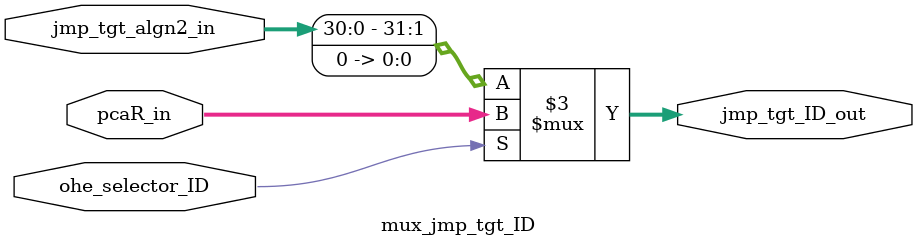
<source format=v>




`timescale 1ns/1ps

// module mux_jmp_tgt_ID : mux_jmp_tgt_ID
module mux_jmp_tgt_ID
  ( input                    ohe_selector_ID,
    input      signed [30:0] jmp_tgt_algn2_in, // t31s_rp1
    input      signed [31:0] pcaR_in, // w32
    output reg signed [31:0] jmp_tgt_ID_out // w32
  );


  always @ (*)

  begin : p_mux_jmp_tgt_ID

    // jmp_tgt_ID_out = 32'sh0;

    // (jmp_tgt_ID_copy0_jmp_tgt_algn2_ID)
    // [ctrl.n:201]
    jmp_tgt_ID_out = $signed({jmp_tgt_algn2_in, 1'b0});

    if (ohe_selector_ID) // (jmp_tgt_ID_copy0_pcaR_ID)
    begin
      // [ctrl.n:165]
      jmp_tgt_ID_out = pcaR_in;
    end

  end

endmodule

</source>
